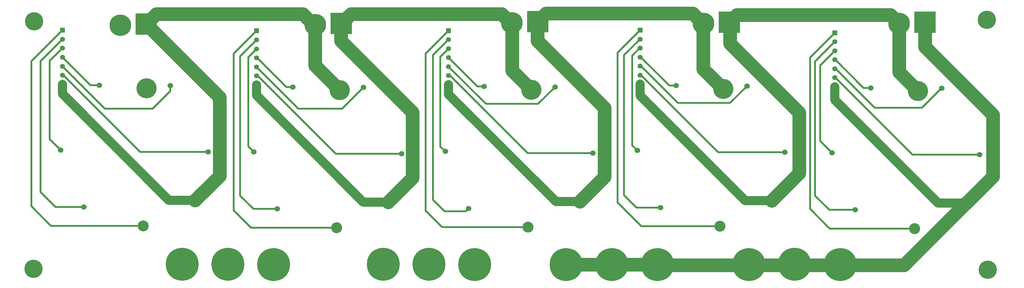
<source format=gtl>
G04*
G04 #@! TF.GenerationSoftware,Altium Limited,Altium Designer,19.1.7 (138)*
G04*
G04 Layer_Physical_Order=1*
G04 Layer_Color=255*
%FSLAX25Y25*%
%MOIN*%
G70*
G01*
G75*
%ADD23C,0.15000*%
%ADD24C,0.02000*%
%ADD25C,0.10000*%
%ADD26C,0.09000*%
%ADD27C,0.36000*%
%ADD28C,0.23622*%
%ADD29R,0.23622X0.23622*%
%ADD30C,0.12000*%
%ADD31C,0.22000*%
%ADD32C,0.06000*%
%ADD33R,0.05543X0.05543*%
%ADD34C,0.05543*%
%ADD35C,0.20000*%
D23*
X700011Y63806D02*
X703500Y64000D01*
X700002Y63920D02*
X703500Y64000D01*
X800000Y63500D02*
X969984D01*
X700011D02*
X800000D01*
X693777Y63777D02*
X700002Y63920D01*
X992657Y302343D02*
X1067000Y228000D01*
Y160516D02*
Y228000D01*
X1038000Y131516D02*
X1067000Y160516D01*
X992657Y329484D02*
X992673Y329500D01*
X992657Y302343D02*
Y329484D01*
X140673Y327500D02*
X221000Y247173D01*
Y161000D02*
Y247173D01*
X312000Y338500D02*
X323701Y326799D01*
X151673Y338500D02*
X312000Y338500D01*
X140673Y327500D02*
X151673Y338500D01*
X539532Y328626D02*
X541000D01*
X529658Y338500D02*
X539532Y328626D01*
X364673Y338500D02*
X529658D01*
X354173Y328000D02*
X364673Y338500D01*
X738854Y339000D02*
X749555Y328299D01*
X578173Y339000D02*
X738854D01*
X569173Y330000D02*
X578173Y339000D01*
X785484Y336311D02*
X786673Y337500D01*
X779500Y306000D02*
Y330327D01*
X955126Y337500D02*
X964327Y328299D01*
X786673Y337500D02*
X955126Y337500D01*
X750235Y278265D02*
X772000Y256500D01*
X568893Y309047D02*
X642000Y235940D01*
Y160000D02*
Y235940D01*
X615000Y133000D02*
X642000Y160000D01*
X353673Y327500D02*
X354173Y328000D01*
X353673Y309000D02*
X432000Y230673D01*
Y159000D02*
Y230673D01*
X405500Y132500D02*
X432000Y159000D01*
X779500Y306000D02*
X855000Y230500D01*
Y164000D02*
Y230500D01*
X825000Y134000D02*
X855000Y164000D01*
X778673Y329500D02*
X779500Y330327D01*
X785484Y336311D01*
X700011Y63500D02*
Y63806D01*
X600000Y64000D02*
X650000D01*
X700000D01*
X568893Y329720D02*
X569173Y330000D01*
X749555Y328299D02*
X750327D01*
X568893Y309047D02*
Y329720D01*
X969984Y63500D02*
X1037984Y131500D01*
X1038000D01*
Y131516D01*
X203000Y143500D02*
X203500D01*
X221000Y161000D01*
X194000Y134500D02*
X203000Y143500D01*
X964327Y274673D02*
Y328299D01*
Y274673D02*
X985000Y254000D01*
X750235Y328208D02*
X750327Y328299D01*
X750235Y278265D02*
Y328208D01*
X771729Y256500D02*
X772000D01*
X771229Y257000D02*
X771729Y256500D01*
X771000Y257000D02*
X771229D01*
X541000Y276500D02*
X562000Y255500D01*
X541000Y276500D02*
Y328626D01*
X353673Y309000D02*
Y327500D01*
X323701Y326799D02*
X325827D01*
X325327Y282173D02*
X352500Y255000D01*
X325327Y282173D02*
Y325500D01*
D24*
X236500Y295000D02*
X261500Y320000D01*
X236500Y123500D02*
Y295000D01*
Y123500D02*
X255500Y104500D01*
X446500Y295213D02*
X471500Y320213D01*
X446500Y123000D02*
Y295213D01*
Y123000D02*
X464500Y105000D01*
X454500Y293370D02*
X471500Y310370D01*
X454500Y135000D02*
Y293370D01*
Y135000D02*
X467000Y122500D01*
X656500Y296213D02*
X681000Y320713D01*
X656500Y132000D02*
Y296213D01*
Y132000D02*
X663500Y125000D01*
X867000Y290870D02*
X894000Y317870D01*
X867000Y125000D02*
Y290870D01*
Y125000D02*
X888500Y103500D01*
X872500Y286528D02*
X894000Y308028D01*
X872500Y139500D02*
Y286528D01*
Y139500D02*
X888000Y124000D01*
X348000Y185500D02*
X420000D01*
X262713Y270787D02*
X348000Y185500D01*
X261500Y270787D02*
X262713D01*
X558000Y186000D02*
X629500D01*
X473000Y271000D02*
X558000Y186000D01*
X471500Y271000D02*
X473000D01*
X252500Y291315D02*
X261500Y300315D01*
X252500Y193500D02*
Y291315D01*
X167000Y254000D02*
Y260000D01*
X147789Y234789D02*
X167000Y254000D01*
X95526Y234789D02*
X147789D01*
X134000Y187500D02*
X208500D01*
X50028Y271472D02*
X134000Y187500D01*
X49000Y271472D02*
X50028D01*
X49000Y281315D02*
X95526Y234789D01*
X79658Y260500D02*
X89500D01*
X49000Y291158D02*
X79658Y260500D01*
X503185Y259000D02*
X510500D01*
X471500Y290685D02*
X503185Y259000D01*
X462500Y291528D02*
X471500Y300528D01*
X462500Y193086D02*
Y291528D01*
X894000Y288342D02*
X894658D01*
X925500Y257500D02*
X933500D01*
X894658Y288342D02*
X925500Y257500D01*
X894000Y278500D02*
X895000D01*
X937825Y235675D02*
X989642D01*
X895000Y278500D02*
X937825Y235675D01*
X894000Y268657D02*
X894843D01*
X979000Y184500D01*
X1052500D01*
X681000Y291185D02*
X681815D01*
X713000Y260000D02*
X720500D01*
X681815Y291185D02*
X713000Y260000D01*
X681000Y281343D02*
X682158D01*
X722500Y241000D02*
X779500D01*
X682158Y281343D02*
X722500Y241000D01*
X681000Y271500D02*
X682000D01*
X766500Y187000D02*
X839500D01*
X682000Y271500D02*
X766500Y187000D01*
X261500Y280500D02*
Y280630D01*
Y280500D02*
X307104Y234896D01*
X355245D01*
X261500Y290472D02*
X262028D01*
X294000Y258500D02*
X301000D01*
X262028Y290472D02*
X294000Y258500D01*
X467000Y122500D02*
X490500D01*
X493500Y125500D01*
X663500Y140000D02*
Y293370D01*
X677000Y126500D02*
X703500D01*
X663500Y140000D02*
X677000Y126500D01*
X663500Y125000D02*
X682500Y106000D01*
X768500D01*
X663500Y125000D02*
Y125000D01*
X672500Y292914D02*
X680613Y301028D01*
X672500Y194500D02*
X678000Y189000D01*
X672500Y194500D02*
Y292914D01*
X1010967Y257000D02*
X1011000D01*
X989642Y235675D02*
X1010967Y257000D01*
X779500Y241000D02*
X798000Y259500D01*
X378350Y258000D02*
X378500D01*
X355245Y234896D02*
X378350Y258000D01*
X512343Y240000D02*
X569500D01*
X471500Y280842D02*
X512343Y240000D01*
X569500D02*
X588000Y258500D01*
X25000Y143500D02*
X41500Y127000D01*
X25000Y143500D02*
Y286842D01*
X41500Y127000D02*
X72500D01*
X463500Y192500D02*
X468000Y188000D01*
X463086Y192500D02*
X463500D01*
X462500Y193086D02*
X463086Y192500D01*
X15000Y128000D02*
X36500Y106500D01*
X15000Y286685D02*
X49000Y320685D01*
X15000Y128000D02*
Y286685D01*
X25000Y286842D02*
X49000Y310842D01*
X35011Y201489D02*
Y287011D01*
X49000Y301000D01*
X35011Y201489D02*
X47000Y189500D01*
X663500Y293370D02*
X681000Y310870D01*
X894000Y298000D02*
Y298185D01*
X878000Y282000D02*
X894000Y298000D01*
X878000Y199500D02*
X891000Y186500D01*
X878000Y199500D02*
Y282000D01*
X888000Y124000D02*
X916500D01*
X888500Y103500D02*
X981500D01*
X680613Y301028D02*
X681000D01*
X464500Y105000D02*
X558500D01*
X252500Y193500D02*
X258500Y187500D01*
X258000Y125000D02*
X284000D01*
X243500Y139500D02*
X258000Y125000D01*
X243500Y292158D02*
X261500Y310157D01*
X243500Y139500D02*
Y292158D01*
X255500Y104500D02*
X349000D01*
X36500Y106500D02*
X137500D01*
D25*
X589000Y133000D02*
X615000D01*
X471500Y250500D02*
X589000Y133000D01*
X1007000Y131500D02*
X1037984D01*
X894000Y244500D02*
Y258815D01*
Y244500D02*
X1007000Y131500D01*
X681000Y249000D02*
Y261658D01*
X796000Y134000D02*
X825000D01*
X681000Y249000D02*
X796000Y134000D01*
X471500Y250500D02*
Y261157D01*
X49000Y251000D02*
Y261630D01*
Y251000D02*
X165500Y134500D01*
X194000D01*
X378319Y132500D02*
X405500D01*
X261500Y249319D02*
X378319Y132500D01*
X261500Y249319D02*
Y260945D01*
D26*
X111528Y322500D02*
X113827Y324799D01*
D27*
X280000Y64000D02*
D03*
X230000Y64500D02*
D03*
X180000D02*
D03*
X800000Y64000D02*
D03*
X850000Y64500D02*
D03*
X900000Y64000D02*
D03*
X400000Y64500D02*
D03*
X450000D02*
D03*
X500000Y64000D02*
D03*
X700000D02*
D03*
X650000D02*
D03*
X600000D02*
D03*
D28*
X964327Y328299D02*
D03*
X750327D02*
D03*
X540827Y328799D02*
D03*
X325827Y326799D02*
D03*
X112327Y326299D02*
D03*
D29*
X992673Y329500D02*
D03*
X778673D02*
D03*
X569173Y330000D02*
D03*
X354173Y328000D02*
D03*
X140673Y327500D02*
D03*
D30*
X981500Y103500D02*
D03*
X1038000Y131500D02*
D03*
X768500Y106000D02*
D03*
X825000Y134000D02*
D03*
X558500Y105000D02*
D03*
X615000Y133000D02*
D03*
X137500Y106500D02*
D03*
X194000Y134500D02*
D03*
X349000Y104500D02*
D03*
X405500Y132500D02*
D03*
D31*
X985000Y254000D02*
D03*
X772000Y256500D02*
D03*
X562000Y255500D02*
D03*
X141000Y257000D02*
D03*
X352500Y255000D02*
D03*
D32*
X1052500Y184500D02*
D03*
X916500Y124000D02*
D03*
X891000Y186500D02*
D03*
X933500Y257500D02*
D03*
X1011000Y257000D02*
D03*
X839500Y187000D02*
D03*
X703500Y126500D02*
D03*
X678000Y189000D02*
D03*
X720500Y260000D02*
D03*
X798000Y259500D02*
D03*
X629500Y186000D02*
D03*
X493500Y125500D02*
D03*
X468000Y188000D02*
D03*
X510500Y259000D02*
D03*
X588000Y258500D02*
D03*
X208500Y187500D02*
D03*
X72500Y127000D02*
D03*
X47000Y189500D02*
D03*
X89500Y260500D02*
D03*
X167000Y260000D02*
D03*
X420000Y185500D02*
D03*
X284000Y125000D02*
D03*
X258500Y187500D02*
D03*
X301000Y258500D02*
D03*
X378500Y258000D02*
D03*
D33*
X471500Y320213D02*
D03*
X261500Y320000D02*
D03*
X49000Y320685D02*
D03*
X894000Y317870D02*
D03*
X681000Y320713D02*
D03*
D34*
X471500Y310370D02*
D03*
Y300528D02*
D03*
Y290685D02*
D03*
Y280842D02*
D03*
Y271000D02*
D03*
Y261157D02*
D03*
X261500Y310157D02*
D03*
Y300315D02*
D03*
Y290472D02*
D03*
Y280630D02*
D03*
Y270787D02*
D03*
Y260945D02*
D03*
X49000Y310842D02*
D03*
Y301000D02*
D03*
Y291158D02*
D03*
Y281315D02*
D03*
Y271472D02*
D03*
Y261630D02*
D03*
X894000Y308028D02*
D03*
Y298185D02*
D03*
Y288342D02*
D03*
Y278500D02*
D03*
Y268657D02*
D03*
Y258815D02*
D03*
X681000Y310870D02*
D03*
Y301028D02*
D03*
Y291185D02*
D03*
Y281343D02*
D03*
Y271500D02*
D03*
Y261658D02*
D03*
D35*
X1060500Y332000D02*
D03*
X1061500Y58500D02*
D03*
X18000Y330500D02*
D03*
X17500Y59500D02*
D03*
M02*

</source>
